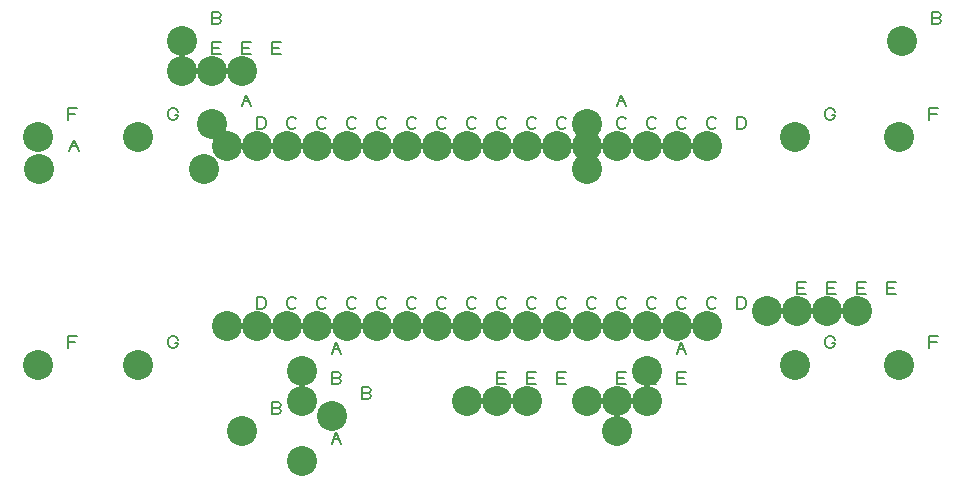
<source format=gbr>
G04 DesignSpark PCB Gerber Version 10.0 Build 5299*
G04 #@! TF.Part,Single*
G04 #@! TF.FileFunction,Drillmap*
G04 #@! TF.FilePolarity,Positive*
%FSLAX35Y35*%
%MOIN*%
%ADD20C,0.00500*%
G04 #@! TA.AperFunction,ViaPad*
%ADD79C,0.10000*%
G04 #@! TD.AperFunction*
X0Y0D02*
D02*
D20*
X32691Y53195D02*
Y56945D01*
X35816D01*
X35191Y55070D02*
X32691D01*
Y129180D02*
Y132930D01*
X35816D01*
X35191Y131055D02*
X32691D01*
X33104Y118687D02*
X34667Y122437D01*
X36229Y118687D01*
X33729Y120250D02*
X35604D01*
X68303Y54758D02*
X69241D01*
Y54445D01*
X68928Y53820D01*
X68616Y53508D01*
X67991Y53195D01*
X67366D01*
X66741Y53508D01*
X66428Y53820D01*
X66116Y54445D01*
Y55695D01*
X66428Y56320D01*
X66741Y56633D01*
X67366Y56945D01*
X67991D01*
X68616Y56633D01*
X68928Y56320D01*
X69241Y55695D01*
X68303Y130742D02*
X69241D01*
Y130430D01*
X68928Y129805D01*
X68616Y129492D01*
X67991Y129180D01*
X67366D01*
X66741Y129492D01*
X66428Y129805D01*
X66116Y130430D01*
Y131680D01*
X66428Y132305D01*
X66741Y132617D01*
X67366Y132930D01*
X67991D01*
X68616Y132617D01*
X68928Y132305D01*
X69241Y131680D01*
X80604Y151187D02*
Y154937D01*
X83729D01*
X83104Y153063D02*
X80604D01*
Y151187D02*
X83729D01*
X82791Y163063D02*
X83417Y162750D01*
X83729Y162125D01*
X83417Y161500D01*
X82791Y161187D01*
X80604D01*
Y164937D01*
X82791D01*
X83417Y164625D01*
X83729Y164000D01*
X83417Y163375D01*
X82791Y163063D01*
X80604D01*
X88104Y118687D02*
X89667Y122437D01*
X91229Y118687D01*
X88729Y120250D02*
X90604D01*
Y133687D02*
X92167Y137437D01*
X93729Y133687D01*
X91229Y135250D02*
X93104D01*
X90604Y151187D02*
Y154937D01*
X93729D01*
X93104Y153063D02*
X90604D01*
Y151187D02*
X93729D01*
X95604Y66187D02*
Y69937D01*
X97479D01*
X98104Y69625D01*
X98417Y69313D01*
X98729Y68687D01*
Y67437D01*
X98417Y66813D01*
X98104Y66500D01*
X97479Y66187D01*
X95604D01*
Y126187D02*
Y129937D01*
X97479D01*
X98104Y129625D01*
X98417Y129313D01*
X98729Y128687D01*
Y127437D01*
X98417Y126813D01*
X98104Y126500D01*
X97479Y126187D01*
X95604D01*
X102791Y33063D02*
X103417Y32750D01*
X103729Y32125D01*
X103417Y31500D01*
X102791Y31187D01*
X100604D01*
Y34937D01*
X102791D01*
X103417Y34625D01*
X103729Y34000D01*
X103417Y33375D01*
X102791Y33063D01*
X100604D01*
Y151187D02*
Y154937D01*
X103729D01*
X103104Y153063D02*
X100604D01*
Y151187D02*
X103729D01*
X108729Y66813D02*
X108417Y66500D01*
X107791Y66187D01*
X106854D01*
X106229Y66500D01*
X105917Y66813D01*
X105604Y67437D01*
Y68687D01*
X105917Y69313D01*
X106229Y69625D01*
X106854Y69937D01*
X107791D01*
X108417Y69625D01*
X108729Y69313D01*
Y126813D02*
X108417Y126500D01*
X107791Y126187D01*
X106854D01*
X106229Y126500D01*
X105917Y126813D01*
X105604Y127437D01*
Y128687D01*
X105917Y129313D01*
X106229Y129625D01*
X106854Y129937D01*
X107791D01*
X108417Y129625D01*
X108729Y129313D01*
X118729Y66813D02*
X118417Y66500D01*
X117791Y66187D01*
X116854D01*
X116229Y66500D01*
X115917Y66813D01*
X115604Y67437D01*
Y68687D01*
X115917Y69313D01*
X116229Y69625D01*
X116854Y69937D01*
X117791D01*
X118417Y69625D01*
X118729Y69313D01*
Y126813D02*
X118417Y126500D01*
X117791Y126187D01*
X116854D01*
X116229Y126500D01*
X115917Y126813D01*
X115604Y127437D01*
Y128687D01*
X115917Y129313D01*
X116229Y129625D01*
X116854Y129937D01*
X117791D01*
X118417Y129625D01*
X118729Y129313D01*
X120604Y21187D02*
X122167Y24937D01*
X123729Y21187D01*
X121229Y22750D02*
X123104D01*
X122791Y43063D02*
X123417Y42750D01*
X123729Y42125D01*
X123417Y41500D01*
X122791Y41187D01*
X120604D01*
Y44937D01*
X122791D01*
X123417Y44625D01*
X123729Y44000D01*
X123417Y43375D01*
X122791Y43063D01*
X120604D01*
Y51187D02*
X122167Y54937D01*
X123729Y51187D01*
X121229Y52750D02*
X123104D01*
X128729Y66813D02*
X128417Y66500D01*
X127791Y66187D01*
X126854D01*
X126229Y66500D01*
X125917Y66813D01*
X125604Y67437D01*
Y68687D01*
X125917Y69313D01*
X126229Y69625D01*
X126854Y69937D01*
X127791D01*
X128417Y69625D01*
X128729Y69313D01*
Y126813D02*
X128417Y126500D01*
X127791Y126187D01*
X126854D01*
X126229Y126500D01*
X125917Y126813D01*
X125604Y127437D01*
Y128687D01*
X125917Y129313D01*
X126229Y129625D01*
X126854Y129937D01*
X127791D01*
X128417Y129625D01*
X128729Y129313D01*
X132791Y38063D02*
X133417Y37750D01*
X133729Y37125D01*
X133417Y36500D01*
X132791Y36187D01*
X130604D01*
Y39937D01*
X132791D01*
X133417Y39625D01*
X133729Y39000D01*
X133417Y38375D01*
X132791Y38063D01*
X130604D01*
X138729Y66813D02*
X138417Y66500D01*
X137791Y66187D01*
X136854D01*
X136229Y66500D01*
X135917Y66813D01*
X135604Y67437D01*
Y68687D01*
X135917Y69313D01*
X136229Y69625D01*
X136854Y69937D01*
X137791D01*
X138417Y69625D01*
X138729Y69313D01*
Y126813D02*
X138417Y126500D01*
X137791Y126187D01*
X136854D01*
X136229Y126500D01*
X135917Y126813D01*
X135604Y127437D01*
Y128687D01*
X135917Y129313D01*
X136229Y129625D01*
X136854Y129937D01*
X137791D01*
X138417Y129625D01*
X138729Y129313D01*
X148729Y66813D02*
X148417Y66500D01*
X147791Y66187D01*
X146854D01*
X146229Y66500D01*
X145917Y66813D01*
X145604Y67437D01*
Y68687D01*
X145917Y69313D01*
X146229Y69625D01*
X146854Y69937D01*
X147791D01*
X148417Y69625D01*
X148729Y69313D01*
Y126813D02*
X148417Y126500D01*
X147791Y126187D01*
X146854D01*
X146229Y126500D01*
X145917Y126813D01*
X145604Y127437D01*
Y128687D01*
X145917Y129313D01*
X146229Y129625D01*
X146854Y129937D01*
X147791D01*
X148417Y129625D01*
X148729Y129313D01*
X158729Y66813D02*
X158417Y66500D01*
X157791Y66187D01*
X156854D01*
X156229Y66500D01*
X155917Y66813D01*
X155604Y67437D01*
Y68687D01*
X155917Y69313D01*
X156229Y69625D01*
X156854Y69937D01*
X157791D01*
X158417Y69625D01*
X158729Y69313D01*
Y126813D02*
X158417Y126500D01*
X157791Y126187D01*
X156854D01*
X156229Y126500D01*
X155917Y126813D01*
X155604Y127437D01*
Y128687D01*
X155917Y129313D01*
X156229Y129625D01*
X156854Y129937D01*
X157791D01*
X158417Y129625D01*
X158729Y129313D01*
X168729Y66813D02*
X168417Y66500D01*
X167791Y66187D01*
X166854D01*
X166229Y66500D01*
X165917Y66813D01*
X165604Y67437D01*
Y68687D01*
X165917Y69313D01*
X166229Y69625D01*
X166854Y69937D01*
X167791D01*
X168417Y69625D01*
X168729Y69313D01*
Y126813D02*
X168417Y126500D01*
X167791Y126187D01*
X166854D01*
X166229Y126500D01*
X165917Y126813D01*
X165604Y127437D01*
Y128687D01*
X165917Y129313D01*
X166229Y129625D01*
X166854Y129937D01*
X167791D01*
X168417Y129625D01*
X168729Y129313D01*
X175604Y41187D02*
Y44937D01*
X178729D01*
X178104Y43063D02*
X175604D01*
Y41187D02*
X178729D01*
Y66813D02*
X178417Y66500D01*
X177791Y66187D01*
X176854D01*
X176229Y66500D01*
X175917Y66813D01*
X175604Y67437D01*
Y68687D01*
X175917Y69313D01*
X176229Y69625D01*
X176854Y69937D01*
X177791D01*
X178417Y69625D01*
X178729Y69313D01*
Y126813D02*
X178417Y126500D01*
X177791Y126187D01*
X176854D01*
X176229Y126500D01*
X175917Y126813D01*
X175604Y127437D01*
Y128687D01*
X175917Y129313D01*
X176229Y129625D01*
X176854Y129937D01*
X177791D01*
X178417Y129625D01*
X178729Y129313D01*
X185604Y41187D02*
Y44937D01*
X188729D01*
X188104Y43063D02*
X185604D01*
Y41187D02*
X188729D01*
Y66813D02*
X188417Y66500D01*
X187791Y66187D01*
X186854D01*
X186229Y66500D01*
X185917Y66813D01*
X185604Y67437D01*
Y68687D01*
X185917Y69313D01*
X186229Y69625D01*
X186854Y69937D01*
X187791D01*
X188417Y69625D01*
X188729Y69313D01*
Y126813D02*
X188417Y126500D01*
X187791Y126187D01*
X186854D01*
X186229Y126500D01*
X185917Y126813D01*
X185604Y127437D01*
Y128687D01*
X185917Y129313D01*
X186229Y129625D01*
X186854Y129937D01*
X187791D01*
X188417Y129625D01*
X188729Y129313D01*
X195604Y41187D02*
Y44937D01*
X198729D01*
X198104Y43063D02*
X195604D01*
Y41187D02*
X198729D01*
Y66813D02*
X198417Y66500D01*
X197791Y66187D01*
X196854D01*
X196229Y66500D01*
X195917Y66813D01*
X195604Y67437D01*
Y68687D01*
X195917Y69313D01*
X196229Y69625D01*
X196854Y69937D01*
X197791D01*
X198417Y69625D01*
X198729Y69313D01*
Y126813D02*
X198417Y126500D01*
X197791Y126187D01*
X196854D01*
X196229Y126500D01*
X195917Y126813D01*
X195604Y127437D01*
Y128687D01*
X195917Y129313D01*
X196229Y129625D01*
X196854Y129937D01*
X197791D01*
X198417Y129625D01*
X198729Y129313D01*
X208729Y66813D02*
X208417Y66500D01*
X207791Y66187D01*
X206854D01*
X206229Y66500D01*
X205917Y66813D01*
X205604Y67437D01*
Y68687D01*
X205917Y69313D01*
X206229Y69625D01*
X206854Y69937D01*
X207791D01*
X208417Y69625D01*
X208729Y69313D01*
Y126813D02*
X208417Y126500D01*
X207791Y126187D01*
X206854D01*
X206229Y126500D01*
X205917Y126813D01*
X205604Y127437D01*
Y128687D01*
X205917Y129313D01*
X206229Y129625D01*
X206854Y129937D01*
X207791D01*
X208417Y129625D01*
X208729Y129313D01*
X215604Y41187D02*
Y44937D01*
X218729D01*
X218104Y43063D02*
X215604D01*
Y41187D02*
X218729D01*
Y66813D02*
X218417Y66500D01*
X217791Y66187D01*
X216854D01*
X216229Y66500D01*
X215917Y66813D01*
X215604Y67437D01*
Y68687D01*
X215917Y69313D01*
X216229Y69625D01*
X216854Y69937D01*
X217791D01*
X218417Y69625D01*
X218729Y69313D01*
X215604Y118687D02*
X217167Y122437D01*
X218729Y118687D01*
X216229Y120250D02*
X218104D01*
X218729Y126813D02*
X218417Y126500D01*
X217791Y126187D01*
X216854D01*
X216229Y126500D01*
X215917Y126813D01*
X215604Y127437D01*
Y128687D01*
X215917Y129313D01*
X216229Y129625D01*
X216854Y129937D01*
X217791D01*
X218417Y129625D01*
X218729Y129313D01*
X215604Y133687D02*
X217167Y137437D01*
X218729Y133687D01*
X216229Y135250D02*
X218104D01*
X227791Y33063D02*
X228417Y32750D01*
X228729Y32125D01*
X228417Y31500D01*
X227791Y31187D01*
X225604D01*
Y34937D01*
X227791D01*
X228417Y34625D01*
X228729Y34000D01*
X228417Y33375D01*
X227791Y33063D01*
X225604D01*
Y41187D02*
Y44937D01*
X228729D01*
X228104Y43063D02*
X225604D01*
Y41187D02*
X228729D01*
Y66813D02*
X228417Y66500D01*
X227791Y66187D01*
X226854D01*
X226229Y66500D01*
X225917Y66813D01*
X225604Y67437D01*
Y68687D01*
X225917Y69313D01*
X226229Y69625D01*
X226854Y69937D01*
X227791D01*
X228417Y69625D01*
X228729Y69313D01*
Y126813D02*
X228417Y126500D01*
X227791Y126187D01*
X226854D01*
X226229Y126500D01*
X225917Y126813D01*
X225604Y127437D01*
Y128687D01*
X225917Y129313D01*
X226229Y129625D01*
X226854Y129937D01*
X227791D01*
X228417Y129625D01*
X228729Y129313D01*
X235604Y41187D02*
Y44937D01*
X238729D01*
X238104Y43063D02*
X235604D01*
Y41187D02*
X238729D01*
X235604Y51187D02*
X237167Y54937D01*
X238729Y51187D01*
X236229Y52750D02*
X238104D01*
X238729Y66813D02*
X238417Y66500D01*
X237791Y66187D01*
X236854D01*
X236229Y66500D01*
X235917Y66813D01*
X235604Y67437D01*
Y68687D01*
X235917Y69313D01*
X236229Y69625D01*
X236854Y69937D01*
X237791D01*
X238417Y69625D01*
X238729Y69313D01*
Y126813D02*
X238417Y126500D01*
X237791Y126187D01*
X236854D01*
X236229Y126500D01*
X235917Y126813D01*
X235604Y127437D01*
Y128687D01*
X235917Y129313D01*
X236229Y129625D01*
X236854Y129937D01*
X237791D01*
X238417Y129625D01*
X238729Y129313D01*
X248729Y66813D02*
X248417Y66500D01*
X247791Y66187D01*
X246854D01*
X246229Y66500D01*
X245917Y66813D01*
X245604Y67437D01*
Y68687D01*
X245917Y69313D01*
X246229Y69625D01*
X246854Y69937D01*
X247791D01*
X248417Y69625D01*
X248729Y69313D01*
Y126813D02*
X248417Y126500D01*
X247791Y126187D01*
X246854D01*
X246229Y126500D01*
X245917Y126813D01*
X245604Y127437D01*
Y128687D01*
X245917Y129313D01*
X246229Y129625D01*
X246854Y129937D01*
X247791D01*
X248417Y129625D01*
X248729Y129313D01*
X255604Y66187D02*
Y69937D01*
X257479D01*
X258104Y69625D01*
X258417Y69313D01*
X258729Y68687D01*
Y67437D01*
X258417Y66813D01*
X258104Y66500D01*
X257479Y66187D01*
X255604D01*
Y126187D02*
Y129937D01*
X257479D01*
X258104Y129625D01*
X258417Y129313D01*
X258729Y128687D01*
Y127437D01*
X258417Y126813D01*
X258104Y126500D01*
X257479Y126187D01*
X255604D01*
X275604Y71187D02*
Y74937D01*
X278729D01*
X278104Y73063D02*
X275604D01*
Y71187D02*
X278729D01*
X287280Y54758D02*
X288217D01*
Y54445D01*
X287905Y53820D01*
X287592Y53508D01*
X286967Y53195D01*
X286342D01*
X285717Y53508D01*
X285405Y53820D01*
X285092Y54445D01*
Y55695D01*
X285405Y56320D01*
X285717Y56633D01*
X286342Y56945D01*
X286967D01*
X287592Y56633D01*
X287905Y56320D01*
X288217Y55695D01*
X287280Y130742D02*
X288217D01*
Y130430D01*
X287905Y129805D01*
X287592Y129492D01*
X286967Y129180D01*
X286342D01*
X285717Y129492D01*
X285405Y129805D01*
X285092Y130430D01*
Y131680D01*
X285405Y132305D01*
X285717Y132617D01*
X286342Y132930D01*
X286967D01*
X287592Y132617D01*
X287905Y132305D01*
X288217Y131680D01*
X285604Y71187D02*
Y74937D01*
X288729D01*
X288104Y73063D02*
X285604D01*
Y71187D02*
X288729D01*
X295604D02*
Y74937D01*
X298729D01*
X298104Y73063D02*
X295604D01*
Y71187D02*
X298729D01*
X305604D02*
Y74937D01*
X308729D01*
X308104Y73063D02*
X305604D01*
Y71187D02*
X308729D01*
X319698Y53195D02*
Y56945D01*
X322824D01*
X322198Y55070D02*
X319698D01*
Y129180D02*
Y132930D01*
X322824D01*
X322198Y131055D02*
X319698D01*
X322791Y163063D02*
X323417Y162750D01*
X323729Y162125D01*
X323417Y161500D01*
X322791Y161187D01*
X320604D01*
Y164937D01*
X322791D01*
X323417Y164625D01*
X323729Y164000D01*
X323417Y163375D01*
X322791Y163063D01*
X320604D01*
D02*
D79*
X22691Y47258D03*
Y123242D03*
X23104Y112750D03*
X56116Y47258D03*
Y123242D03*
X70604Y145250D03*
Y155250D03*
X78104Y112750D03*
X80604Y127750D03*
Y145250D03*
X85604Y60250D03*
Y120250D03*
X90604Y25250D03*
Y145250D03*
X95604Y60250D03*
Y120250D03*
X105604Y60250D03*
Y120250D03*
X110604Y15250D03*
Y35250D03*
Y45250D03*
X115604Y60250D03*
Y120250D03*
X120604Y30250D03*
X125604Y60250D03*
Y120250D03*
X135604Y60250D03*
Y120250D03*
X145604Y60250D03*
Y120250D03*
X155604Y60250D03*
Y120250D03*
X165604Y35250D03*
Y60250D03*
Y120250D03*
X175604Y35250D03*
Y60250D03*
Y120250D03*
X185604Y35250D03*
Y60250D03*
Y120250D03*
X195604Y60250D03*
Y120250D03*
X205604Y35250D03*
Y60250D03*
Y112750D03*
Y120250D03*
Y127750D03*
X215604Y25250D03*
Y35250D03*
Y60250D03*
Y120250D03*
X225604Y35250D03*
Y45250D03*
Y60250D03*
Y120250D03*
X235604Y60250D03*
Y120250D03*
X245604Y60250D03*
Y120250D03*
X265604Y65250D03*
X275092Y47258D03*
Y123242D03*
X275604Y65250D03*
X285604D03*
X295604D03*
X309698Y47258D03*
Y123242D03*
X310604Y155250D03*
X0Y0D02*
M02*

</source>
